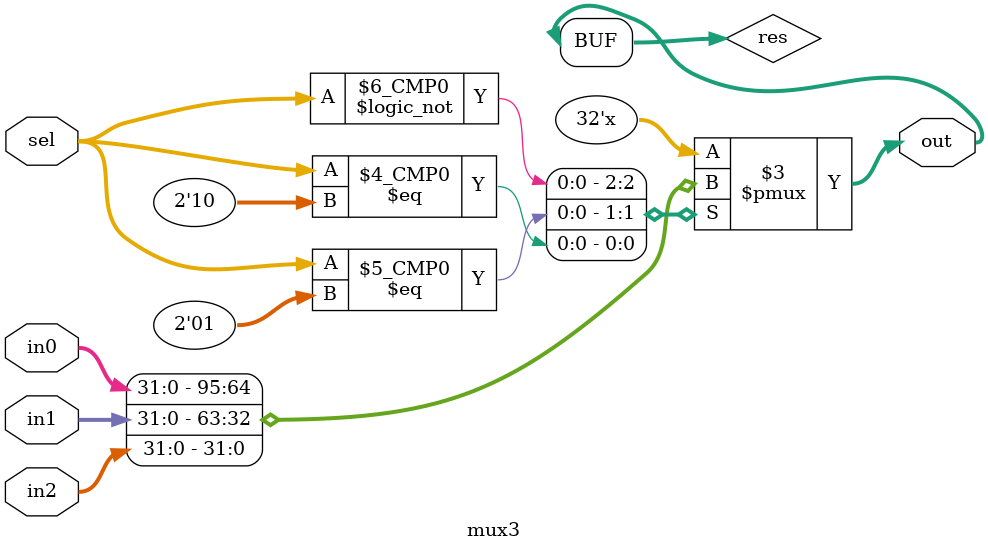
<source format=v>
module mux3 #(
    parameter N = 32
)
(
    input [N-1:0] in0, in1, in2,
    input [1:0] sel,

    output [N-1:0] out
);
reg [N-1:0] res;

always @(*) begin
    case (sel)
        2'b00: res = in0;
        2'b01: res = in1;
        2'b10: res = in2;
        default: res = 32'bx;
    endcase
end
assign out = res;

endmodule
</source>
